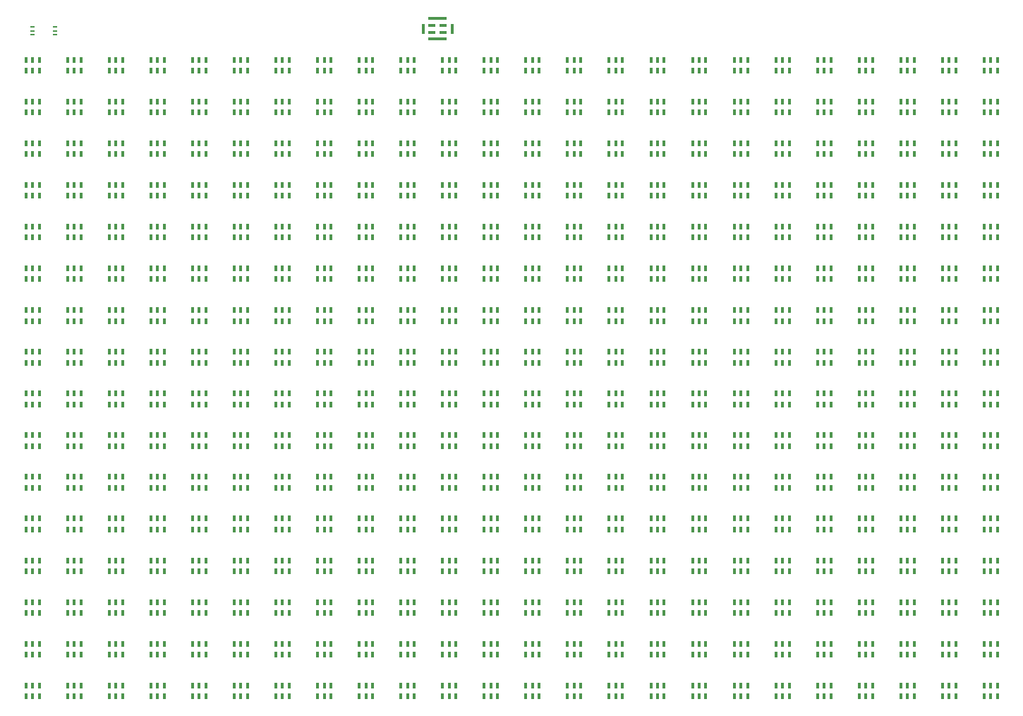
<source format=gbr>
G04 #@! TF.GenerationSoftware,KiCad,Pcbnew,(5.1.9-0-10_14)*
G04 #@! TF.CreationDate,2021-03-12T15:28:23+00:00*
G04 #@! TF.ProjectId,mqttDisplay,6d717474-4469-4737-906c-61792e6b6963,rev?*
G04 #@! TF.SameCoordinates,Original*
G04 #@! TF.FileFunction,Paste,Top*
G04 #@! TF.FilePolarity,Positive*
%FSLAX46Y46*%
G04 Gerber Fmt 4.6, Leading zero omitted, Abs format (unit mm)*
G04 Created by KiCad (PCBNEW (5.1.9-0-10_14)) date 2021-03-12 15:28:23*
%MOMM*%
%LPD*%
G01*
G04 APERTURE LIST*
%ADD10R,0.368000X0.644000*%
%ADD11R,0.550000X0.250000*%
%ADD12R,0.950000X0.400000*%
%ADD13R,2.300000X0.350000*%
%ADD14R,0.350000X1.300000*%
G04 APERTURE END LIST*
D10*
X104900000Y-114250000D03*
X106500000Y-114250000D03*
X105700000Y-114250000D03*
X104900000Y-112950000D03*
X105700000Y-112950000D03*
X106500000Y-112950000D03*
X179900000Y-124250000D03*
X181500000Y-124250000D03*
X180700000Y-124250000D03*
X179900000Y-122950000D03*
X180700000Y-122950000D03*
X181500000Y-122950000D03*
X174900000Y-124250000D03*
X176500000Y-124250000D03*
X175700000Y-124250000D03*
X174900000Y-122950000D03*
X175700000Y-122950000D03*
X176500000Y-122950000D03*
X169900000Y-124250000D03*
X171500000Y-124250000D03*
X170700000Y-124250000D03*
X169900000Y-122950000D03*
X170700000Y-122950000D03*
X171500000Y-122950000D03*
X164900000Y-124250000D03*
X166500000Y-124250000D03*
X165700000Y-124250000D03*
X164900000Y-122950000D03*
X165700000Y-122950000D03*
X166500000Y-122950000D03*
X159900000Y-124250000D03*
X161500000Y-124250000D03*
X160700000Y-124250000D03*
X159900000Y-122950000D03*
X160700000Y-122950000D03*
X161500000Y-122950000D03*
X154900000Y-124250000D03*
X156500000Y-124250000D03*
X155700000Y-124250000D03*
X154900000Y-122950000D03*
X155700000Y-122950000D03*
X156500000Y-122950000D03*
X149900000Y-124250000D03*
X151500000Y-124250000D03*
X150700000Y-124250000D03*
X149900000Y-122950000D03*
X150700000Y-122950000D03*
X151500000Y-122950000D03*
X144900000Y-124250000D03*
X146500000Y-124250000D03*
X145700000Y-124250000D03*
X144900000Y-122950000D03*
X145700000Y-122950000D03*
X146500000Y-122950000D03*
X139900000Y-124250000D03*
X141500000Y-124250000D03*
X140700000Y-124250000D03*
X139900000Y-122950000D03*
X140700000Y-122950000D03*
X141500000Y-122950000D03*
X134900000Y-124250000D03*
X136500000Y-124250000D03*
X135700000Y-124250000D03*
X134900000Y-122950000D03*
X135700000Y-122950000D03*
X136500000Y-122950000D03*
X129900000Y-124250000D03*
X131500000Y-124250000D03*
X130700000Y-124250000D03*
X129900000Y-122950000D03*
X130700000Y-122950000D03*
X131500000Y-122950000D03*
X124900000Y-124250000D03*
X126500000Y-124250000D03*
X125700000Y-124250000D03*
X124900000Y-122950000D03*
X125700000Y-122950000D03*
X126500000Y-122950000D03*
X119900000Y-124250000D03*
X121500000Y-124250000D03*
X120700000Y-124250000D03*
X119900000Y-122950000D03*
X120700000Y-122950000D03*
X121500000Y-122950000D03*
X114900000Y-124250000D03*
X116500000Y-124250000D03*
X115700000Y-124250000D03*
X114900000Y-122950000D03*
X115700000Y-122950000D03*
X116500000Y-122950000D03*
X109900000Y-124250000D03*
X111500000Y-124250000D03*
X110700000Y-124250000D03*
X109900000Y-122950000D03*
X110700000Y-122950000D03*
X111500000Y-122950000D03*
X104900000Y-124250000D03*
X106500000Y-124250000D03*
X105700000Y-124250000D03*
X104900000Y-122950000D03*
X105700000Y-122950000D03*
X106500000Y-122950000D03*
X99900000Y-124250000D03*
X101500000Y-124250000D03*
X100700000Y-124250000D03*
X99900000Y-122950000D03*
X100700000Y-122950000D03*
X101500000Y-122950000D03*
X94900000Y-124250000D03*
X96500000Y-124250000D03*
X95700000Y-124250000D03*
X94900000Y-122950000D03*
X95700000Y-122950000D03*
X96500000Y-122950000D03*
X89900000Y-124250000D03*
X91500000Y-124250000D03*
X90700000Y-124250000D03*
X89900000Y-122950000D03*
X90700000Y-122950000D03*
X91500000Y-122950000D03*
X84900000Y-124250000D03*
X86500000Y-124250000D03*
X85700000Y-124250000D03*
X84900000Y-122950000D03*
X85700000Y-122950000D03*
X86500000Y-122950000D03*
X79900000Y-124250000D03*
X81500000Y-124250000D03*
X80700000Y-124250000D03*
X79900000Y-122950000D03*
X80700000Y-122950000D03*
X81500000Y-122950000D03*
X74900000Y-124250000D03*
X76500000Y-124250000D03*
X75700000Y-124250000D03*
X74900000Y-122950000D03*
X75700000Y-122950000D03*
X76500000Y-122950000D03*
X69900000Y-124250000D03*
X71500000Y-124250000D03*
X70700000Y-124250000D03*
X69900000Y-122950000D03*
X70700000Y-122950000D03*
X71500000Y-122950000D03*
X64900000Y-124250000D03*
X66500000Y-124250000D03*
X65700000Y-124250000D03*
X64900000Y-122950000D03*
X65700000Y-122950000D03*
X66500000Y-122950000D03*
X179900000Y-119250000D03*
X181500000Y-119250000D03*
X180700000Y-119250000D03*
X179900000Y-117950000D03*
X180700000Y-117950000D03*
X181500000Y-117950000D03*
X174900000Y-119250000D03*
X176500000Y-119250000D03*
X175700000Y-119250000D03*
X174900000Y-117950000D03*
X175700000Y-117950000D03*
X176500000Y-117950000D03*
X169900000Y-119250000D03*
X171500000Y-119250000D03*
X170700000Y-119250000D03*
X169900000Y-117950000D03*
X170700000Y-117950000D03*
X171500000Y-117950000D03*
X164900000Y-119250000D03*
X166500000Y-119250000D03*
X165700000Y-119250000D03*
X164900000Y-117950000D03*
X165700000Y-117950000D03*
X166500000Y-117950000D03*
X159900000Y-119250000D03*
X161500000Y-119250000D03*
X160700000Y-119250000D03*
X159900000Y-117950000D03*
X160700000Y-117950000D03*
X161500000Y-117950000D03*
X154900000Y-119250000D03*
X156500000Y-119250000D03*
X155700000Y-119250000D03*
X154900000Y-117950000D03*
X155700000Y-117950000D03*
X156500000Y-117950000D03*
X149900000Y-119250000D03*
X151500000Y-119250000D03*
X150700000Y-119250000D03*
X149900000Y-117950000D03*
X150700000Y-117950000D03*
X151500000Y-117950000D03*
X144900000Y-119250000D03*
X146500000Y-119250000D03*
X145700000Y-119250000D03*
X144900000Y-117950000D03*
X145700000Y-117950000D03*
X146500000Y-117950000D03*
X139900000Y-119250000D03*
X141500000Y-119250000D03*
X140700000Y-119250000D03*
X139900000Y-117950000D03*
X140700000Y-117950000D03*
X141500000Y-117950000D03*
X134900000Y-119250000D03*
X136500000Y-119250000D03*
X135700000Y-119250000D03*
X134900000Y-117950000D03*
X135700000Y-117950000D03*
X136500000Y-117950000D03*
X129900000Y-119250000D03*
X131500000Y-119250000D03*
X130700000Y-119250000D03*
X129900000Y-117950000D03*
X130700000Y-117950000D03*
X131500000Y-117950000D03*
X124900000Y-119250000D03*
X126500000Y-119250000D03*
X125700000Y-119250000D03*
X124900000Y-117950000D03*
X125700000Y-117950000D03*
X126500000Y-117950000D03*
X119900000Y-119250000D03*
X121500000Y-119250000D03*
X120700000Y-119250000D03*
X119900000Y-117950000D03*
X120700000Y-117950000D03*
X121500000Y-117950000D03*
X114900000Y-119250000D03*
X116500000Y-119250000D03*
X115700000Y-119250000D03*
X114900000Y-117950000D03*
X115700000Y-117950000D03*
X116500000Y-117950000D03*
X109900000Y-119250000D03*
X111500000Y-119250000D03*
X110700000Y-119250000D03*
X109900000Y-117950000D03*
X110700000Y-117950000D03*
X111500000Y-117950000D03*
X104900000Y-119250000D03*
X106500000Y-119250000D03*
X105700000Y-119250000D03*
X104900000Y-117950000D03*
X105700000Y-117950000D03*
X106500000Y-117950000D03*
X99900000Y-119250000D03*
X101500000Y-119250000D03*
X100700000Y-119250000D03*
X99900000Y-117950000D03*
X100700000Y-117950000D03*
X101500000Y-117950000D03*
X94900000Y-119250000D03*
X96500000Y-119250000D03*
X95700000Y-119250000D03*
X94900000Y-117950000D03*
X95700000Y-117950000D03*
X96500000Y-117950000D03*
X89900000Y-119250000D03*
X91500000Y-119250000D03*
X90700000Y-119250000D03*
X89900000Y-117950000D03*
X90700000Y-117950000D03*
X91500000Y-117950000D03*
X84900000Y-119250000D03*
X86500000Y-119250000D03*
X85700000Y-119250000D03*
X84900000Y-117950000D03*
X85700000Y-117950000D03*
X86500000Y-117950000D03*
X79900000Y-119250000D03*
X81500000Y-119250000D03*
X80700000Y-119250000D03*
X79900000Y-117950000D03*
X80700000Y-117950000D03*
X81500000Y-117950000D03*
X74900000Y-119250000D03*
X76500000Y-119250000D03*
X75700000Y-119250000D03*
X74900000Y-117950000D03*
X75700000Y-117950000D03*
X76500000Y-117950000D03*
X69900000Y-119250000D03*
X71500000Y-119250000D03*
X70700000Y-119250000D03*
X69900000Y-117950000D03*
X70700000Y-117950000D03*
X71500000Y-117950000D03*
X64900000Y-119250000D03*
X66500000Y-119250000D03*
X65700000Y-119250000D03*
X64900000Y-117950000D03*
X65700000Y-117950000D03*
X66500000Y-117950000D03*
X179900000Y-114250000D03*
X181500000Y-114250000D03*
X180700000Y-114250000D03*
X179900000Y-112950000D03*
X180700000Y-112950000D03*
X181500000Y-112950000D03*
X174900000Y-114250000D03*
X176500000Y-114250000D03*
X175700000Y-114250000D03*
X174900000Y-112950000D03*
X175700000Y-112950000D03*
X176500000Y-112950000D03*
X169900000Y-114250000D03*
X171500000Y-114250000D03*
X170700000Y-114250000D03*
X169900000Y-112950000D03*
X170700000Y-112950000D03*
X171500000Y-112950000D03*
X164900000Y-114250000D03*
X166500000Y-114250000D03*
X165700000Y-114250000D03*
X164900000Y-112950000D03*
X165700000Y-112950000D03*
X166500000Y-112950000D03*
X159900000Y-114250000D03*
X161500000Y-114250000D03*
X160700000Y-114250000D03*
X159900000Y-112950000D03*
X160700000Y-112950000D03*
X161500000Y-112950000D03*
X154900000Y-114250000D03*
X156500000Y-114250000D03*
X155700000Y-114250000D03*
X154900000Y-112950000D03*
X155700000Y-112950000D03*
X156500000Y-112950000D03*
X149900000Y-114250000D03*
X151500000Y-114250000D03*
X150700000Y-114250000D03*
X149900000Y-112950000D03*
X150700000Y-112950000D03*
X151500000Y-112950000D03*
X144900000Y-114250000D03*
X146500000Y-114250000D03*
X145700000Y-114250000D03*
X144900000Y-112950000D03*
X145700000Y-112950000D03*
X146500000Y-112950000D03*
X139900000Y-114250000D03*
X141500000Y-114250000D03*
X140700000Y-114250000D03*
X139900000Y-112950000D03*
X140700000Y-112950000D03*
X141500000Y-112950000D03*
X134900000Y-114250000D03*
X136500000Y-114250000D03*
X135700000Y-114250000D03*
X134900000Y-112950000D03*
X135700000Y-112950000D03*
X136500000Y-112950000D03*
X129900000Y-114250000D03*
X131500000Y-114250000D03*
X130700000Y-114250000D03*
X129900000Y-112950000D03*
X130700000Y-112950000D03*
X131500000Y-112950000D03*
X124900000Y-114250000D03*
X126500000Y-114250000D03*
X125700000Y-114250000D03*
X124900000Y-112950000D03*
X125700000Y-112950000D03*
X126500000Y-112950000D03*
X119900000Y-114250000D03*
X121500000Y-114250000D03*
X120700000Y-114250000D03*
X119900000Y-112950000D03*
X120700000Y-112950000D03*
X121500000Y-112950000D03*
X114900000Y-114250000D03*
X116500000Y-114250000D03*
X115700000Y-114250000D03*
X114900000Y-112950000D03*
X115700000Y-112950000D03*
X116500000Y-112950000D03*
X109900000Y-114250000D03*
X111500000Y-114250000D03*
X110700000Y-114250000D03*
X109900000Y-112950000D03*
X110700000Y-112950000D03*
X111500000Y-112950000D03*
X99900000Y-114250000D03*
X101500000Y-114250000D03*
X100700000Y-114250000D03*
X99900000Y-112950000D03*
X100700000Y-112950000D03*
X101500000Y-112950000D03*
X94900000Y-114250000D03*
X96500000Y-114250000D03*
X95700000Y-114250000D03*
X94900000Y-112950000D03*
X95700000Y-112950000D03*
X96500000Y-112950000D03*
X89900000Y-114250000D03*
X91500000Y-114250000D03*
X90700000Y-114250000D03*
X89900000Y-112950000D03*
X90700000Y-112950000D03*
X91500000Y-112950000D03*
X84900000Y-114250000D03*
X86500000Y-114250000D03*
X85700000Y-114250000D03*
X84900000Y-112950000D03*
X85700000Y-112950000D03*
X86500000Y-112950000D03*
X79900000Y-114250000D03*
X81500000Y-114250000D03*
X80700000Y-114250000D03*
X79900000Y-112950000D03*
X80700000Y-112950000D03*
X81500000Y-112950000D03*
X74900000Y-114250000D03*
X76500000Y-114250000D03*
X75700000Y-114250000D03*
X74900000Y-112950000D03*
X75700000Y-112950000D03*
X76500000Y-112950000D03*
X69900000Y-114250000D03*
X71500000Y-114250000D03*
X70700000Y-114250000D03*
X69900000Y-112950000D03*
X70700000Y-112950000D03*
X71500000Y-112950000D03*
X64900000Y-114250000D03*
X66500000Y-114250000D03*
X65700000Y-114250000D03*
X64900000Y-112950000D03*
X65700000Y-112950000D03*
X66500000Y-112950000D03*
X179900000Y-109250000D03*
X181500000Y-109250000D03*
X180700000Y-109250000D03*
X179900000Y-107950000D03*
X180700000Y-107950000D03*
X181500000Y-107950000D03*
X174900000Y-109250000D03*
X176500000Y-109250000D03*
X175700000Y-109250000D03*
X174900000Y-107950000D03*
X175700000Y-107950000D03*
X176500000Y-107950000D03*
X169900000Y-109250000D03*
X171500000Y-109250000D03*
X170700000Y-109250000D03*
X169900000Y-107950000D03*
X170700000Y-107950000D03*
X171500000Y-107950000D03*
X164900000Y-109250000D03*
X166500000Y-109250000D03*
X165700000Y-109250000D03*
X164900000Y-107950000D03*
X165700000Y-107950000D03*
X166500000Y-107950000D03*
X159900000Y-109250000D03*
X161500000Y-109250000D03*
X160700000Y-109250000D03*
X159900000Y-107950000D03*
X160700000Y-107950000D03*
X161500000Y-107950000D03*
X154900000Y-109250000D03*
X156500000Y-109250000D03*
X155700000Y-109250000D03*
X154900000Y-107950000D03*
X155700000Y-107950000D03*
X156500000Y-107950000D03*
X149900000Y-109250000D03*
X151500000Y-109250000D03*
X150700000Y-109250000D03*
X149900000Y-107950000D03*
X150700000Y-107950000D03*
X151500000Y-107950000D03*
X144900000Y-109250000D03*
X146500000Y-109250000D03*
X145700000Y-109250000D03*
X144900000Y-107950000D03*
X145700000Y-107950000D03*
X146500000Y-107950000D03*
X139900000Y-109250000D03*
X141500000Y-109250000D03*
X140700000Y-109250000D03*
X139900000Y-107950000D03*
X140700000Y-107950000D03*
X141500000Y-107950000D03*
X134900000Y-109250000D03*
X136500000Y-109250000D03*
X135700000Y-109250000D03*
X134900000Y-107950000D03*
X135700000Y-107950000D03*
X136500000Y-107950000D03*
X129900000Y-109250000D03*
X131500000Y-109250000D03*
X130700000Y-109250000D03*
X129900000Y-107950000D03*
X130700000Y-107950000D03*
X131500000Y-107950000D03*
X124900000Y-109250000D03*
X126500000Y-109250000D03*
X125700000Y-109250000D03*
X124900000Y-107950000D03*
X125700000Y-107950000D03*
X126500000Y-107950000D03*
X119900000Y-109250000D03*
X121500000Y-109250000D03*
X120700000Y-109250000D03*
X119900000Y-107950000D03*
X120700000Y-107950000D03*
X121500000Y-107950000D03*
X114900000Y-109250000D03*
X116500000Y-109250000D03*
X115700000Y-109250000D03*
X114900000Y-107950000D03*
X115700000Y-107950000D03*
X116500000Y-107950000D03*
X109900000Y-109250000D03*
X111500000Y-109250000D03*
X110700000Y-109250000D03*
X109900000Y-107950000D03*
X110700000Y-107950000D03*
X111500000Y-107950000D03*
X104900000Y-109250000D03*
X106500000Y-109250000D03*
X105700000Y-109250000D03*
X104900000Y-107950000D03*
X105700000Y-107950000D03*
X106500000Y-107950000D03*
X99900000Y-109250000D03*
X101500000Y-109250000D03*
X100700000Y-109250000D03*
X99900000Y-107950000D03*
X100700000Y-107950000D03*
X101500000Y-107950000D03*
X94900000Y-109250000D03*
X96500000Y-109250000D03*
X95700000Y-109250000D03*
X94900000Y-107950000D03*
X95700000Y-107950000D03*
X96500000Y-107950000D03*
X89900000Y-109250000D03*
X91500000Y-109250000D03*
X90700000Y-109250000D03*
X89900000Y-107950000D03*
X90700000Y-107950000D03*
X91500000Y-107950000D03*
X84900000Y-109250000D03*
X86500000Y-109250000D03*
X85700000Y-109250000D03*
X84900000Y-107950000D03*
X85700000Y-107950000D03*
X86500000Y-107950000D03*
X79900000Y-109250000D03*
X81500000Y-109250000D03*
X80700000Y-109250000D03*
X79900000Y-107950000D03*
X80700000Y-107950000D03*
X81500000Y-107950000D03*
X74900000Y-109250000D03*
X76500000Y-109250000D03*
X75700000Y-109250000D03*
X74900000Y-107950000D03*
X75700000Y-107950000D03*
X76500000Y-107950000D03*
X69900000Y-109250000D03*
X71500000Y-109250000D03*
X70700000Y-109250000D03*
X69900000Y-107950000D03*
X70700000Y-107950000D03*
X71500000Y-107950000D03*
X64900000Y-109250000D03*
X66500000Y-109250000D03*
X65700000Y-109250000D03*
X64900000Y-107950000D03*
X65700000Y-107950000D03*
X66500000Y-107950000D03*
X179900000Y-104250000D03*
X181500000Y-104250000D03*
X180700000Y-104250000D03*
X179900000Y-102950000D03*
X180700000Y-102950000D03*
X181500000Y-102950000D03*
X174900000Y-104250000D03*
X176500000Y-104250000D03*
X175700000Y-104250000D03*
X174900000Y-102950000D03*
X175700000Y-102950000D03*
X176500000Y-102950000D03*
X169900000Y-104250000D03*
X171500000Y-104250000D03*
X170700000Y-104250000D03*
X169900000Y-102950000D03*
X170700000Y-102950000D03*
X171500000Y-102950000D03*
X164900000Y-104250000D03*
X166500000Y-104250000D03*
X165700000Y-104250000D03*
X164900000Y-102950000D03*
X165700000Y-102950000D03*
X166500000Y-102950000D03*
X159900000Y-104250000D03*
X161500000Y-104250000D03*
X160700000Y-104250000D03*
X159900000Y-102950000D03*
X160700000Y-102950000D03*
X161500000Y-102950000D03*
X154900000Y-104250000D03*
X156500000Y-104250000D03*
X155700000Y-104250000D03*
X154900000Y-102950000D03*
X155700000Y-102950000D03*
X156500000Y-102950000D03*
X149900000Y-104250000D03*
X151500000Y-104250000D03*
X150700000Y-104250000D03*
X149900000Y-102950000D03*
X150700000Y-102950000D03*
X151500000Y-102950000D03*
X144900000Y-104250000D03*
X146500000Y-104250000D03*
X145700000Y-104250000D03*
X144900000Y-102950000D03*
X145700000Y-102950000D03*
X146500000Y-102950000D03*
X139900000Y-104250000D03*
X141500000Y-104250000D03*
X140700000Y-104250000D03*
X139900000Y-102950000D03*
X140700000Y-102950000D03*
X141500000Y-102950000D03*
X134900000Y-104250000D03*
X136500000Y-104250000D03*
X135700000Y-104250000D03*
X134900000Y-102950000D03*
X135700000Y-102950000D03*
X136500000Y-102950000D03*
X129900000Y-104250000D03*
X131500000Y-104250000D03*
X130700000Y-104250000D03*
X129900000Y-102950000D03*
X130700000Y-102950000D03*
X131500000Y-102950000D03*
X124900000Y-104250000D03*
X126500000Y-104250000D03*
X125700000Y-104250000D03*
X124900000Y-102950000D03*
X125700000Y-102950000D03*
X126500000Y-102950000D03*
X119900000Y-104250000D03*
X121500000Y-104250000D03*
X120700000Y-104250000D03*
X119900000Y-102950000D03*
X120700000Y-102950000D03*
X121500000Y-102950000D03*
X114900000Y-104250000D03*
X116500000Y-104250000D03*
X115700000Y-104250000D03*
X114900000Y-102950000D03*
X115700000Y-102950000D03*
X116500000Y-102950000D03*
X109900000Y-104250000D03*
X111500000Y-104250000D03*
X110700000Y-104250000D03*
X109900000Y-102950000D03*
X110700000Y-102950000D03*
X111500000Y-102950000D03*
X104900000Y-104250000D03*
X106500000Y-104250000D03*
X105700000Y-104250000D03*
X104900000Y-102950000D03*
X105700000Y-102950000D03*
X106500000Y-102950000D03*
X99900000Y-104250000D03*
X101500000Y-104250000D03*
X100700000Y-104250000D03*
X99900000Y-102950000D03*
X100700000Y-102950000D03*
X101500000Y-102950000D03*
X94900000Y-104250000D03*
X96500000Y-104250000D03*
X95700000Y-104250000D03*
X94900000Y-102950000D03*
X95700000Y-102950000D03*
X96500000Y-102950000D03*
X89900000Y-104250000D03*
X91500000Y-104250000D03*
X90700000Y-104250000D03*
X89900000Y-102950000D03*
X90700000Y-102950000D03*
X91500000Y-102950000D03*
X84900000Y-104250000D03*
X86500000Y-104250000D03*
X85700000Y-104250000D03*
X84900000Y-102950000D03*
X85700000Y-102950000D03*
X86500000Y-102950000D03*
X79900000Y-104250000D03*
X81500000Y-104250000D03*
X80700000Y-104250000D03*
X79900000Y-102950000D03*
X80700000Y-102950000D03*
X81500000Y-102950000D03*
X74900000Y-104250000D03*
X76500000Y-104250000D03*
X75700000Y-104250000D03*
X74900000Y-102950000D03*
X75700000Y-102950000D03*
X76500000Y-102950000D03*
X69900000Y-104250000D03*
X71500000Y-104250000D03*
X70700000Y-104250000D03*
X69900000Y-102950000D03*
X70700000Y-102950000D03*
X71500000Y-102950000D03*
X64900000Y-104250000D03*
X66500000Y-104250000D03*
X65700000Y-104250000D03*
X64900000Y-102950000D03*
X65700000Y-102950000D03*
X66500000Y-102950000D03*
X179900000Y-99250000D03*
X181500000Y-99250000D03*
X180700000Y-99250000D03*
X179900000Y-97950000D03*
X180700000Y-97950000D03*
X181500000Y-97950000D03*
X174900000Y-99250000D03*
X176500000Y-99250000D03*
X175700000Y-99250000D03*
X174900000Y-97950000D03*
X175700000Y-97950000D03*
X176500000Y-97950000D03*
X169900000Y-99250000D03*
X171500000Y-99250000D03*
X170700000Y-99250000D03*
X169900000Y-97950000D03*
X170700000Y-97950000D03*
X171500000Y-97950000D03*
X164900000Y-99250000D03*
X166500000Y-99250000D03*
X165700000Y-99250000D03*
X164900000Y-97950000D03*
X165700000Y-97950000D03*
X166500000Y-97950000D03*
X159900000Y-99250000D03*
X161500000Y-99250000D03*
X160700000Y-99250000D03*
X159900000Y-97950000D03*
X160700000Y-97950000D03*
X161500000Y-97950000D03*
X154900000Y-99250000D03*
X156500000Y-99250000D03*
X155700000Y-99250000D03*
X154900000Y-97950000D03*
X155700000Y-97950000D03*
X156500000Y-97950000D03*
X149900000Y-99250000D03*
X151500000Y-99250000D03*
X150700000Y-99250000D03*
X149900000Y-97950000D03*
X150700000Y-97950000D03*
X151500000Y-97950000D03*
X144900000Y-99250000D03*
X146500000Y-99250000D03*
X145700000Y-99250000D03*
X144900000Y-97950000D03*
X145700000Y-97950000D03*
X146500000Y-97950000D03*
X139900000Y-99250000D03*
X141500000Y-99250000D03*
X140700000Y-99250000D03*
X139900000Y-97950000D03*
X140700000Y-97950000D03*
X141500000Y-97950000D03*
X134900000Y-99250000D03*
X136500000Y-99250000D03*
X135700000Y-99250000D03*
X134900000Y-97950000D03*
X135700000Y-97950000D03*
X136500000Y-97950000D03*
X129900000Y-99250000D03*
X131500000Y-99250000D03*
X130700000Y-99250000D03*
X129900000Y-97950000D03*
X130700000Y-97950000D03*
X131500000Y-97950000D03*
X124900000Y-99250000D03*
X126500000Y-99250000D03*
X125700000Y-99250000D03*
X124900000Y-97950000D03*
X125700000Y-97950000D03*
X126500000Y-97950000D03*
X119900000Y-99250000D03*
X121500000Y-99250000D03*
X120700000Y-99250000D03*
X119900000Y-97950000D03*
X120700000Y-97950000D03*
X121500000Y-97950000D03*
X114900000Y-99250000D03*
X116500000Y-99250000D03*
X115700000Y-99250000D03*
X114900000Y-97950000D03*
X115700000Y-97950000D03*
X116500000Y-97950000D03*
X109900000Y-99250000D03*
X111500000Y-99250000D03*
X110700000Y-99250000D03*
X109900000Y-97950000D03*
X110700000Y-97950000D03*
X111500000Y-97950000D03*
X104900000Y-99250000D03*
X106500000Y-99250000D03*
X105700000Y-99250000D03*
X104900000Y-97950000D03*
X105700000Y-97950000D03*
X106500000Y-97950000D03*
X99900000Y-99250000D03*
X101500000Y-99250000D03*
X100700000Y-99250000D03*
X99900000Y-97950000D03*
X100700000Y-97950000D03*
X101500000Y-97950000D03*
X94900000Y-99250000D03*
X96500000Y-99250000D03*
X95700000Y-99250000D03*
X94900000Y-97950000D03*
X95700000Y-97950000D03*
X96500000Y-97950000D03*
X89900000Y-99250000D03*
X91500000Y-99250000D03*
X90700000Y-99250000D03*
X89900000Y-97950000D03*
X90700000Y-97950000D03*
X91500000Y-97950000D03*
X84900000Y-99250000D03*
X86500000Y-99250000D03*
X85700000Y-99250000D03*
X84900000Y-97950000D03*
X85700000Y-97950000D03*
X86500000Y-97950000D03*
X79900000Y-99250000D03*
X81500000Y-99250000D03*
X80700000Y-99250000D03*
X79900000Y-97950000D03*
X80700000Y-97950000D03*
X81500000Y-97950000D03*
X74900000Y-99250000D03*
X76500000Y-99250000D03*
X75700000Y-99250000D03*
X74900000Y-97950000D03*
X75700000Y-97950000D03*
X76500000Y-97950000D03*
X69900000Y-99250000D03*
X71500000Y-99250000D03*
X70700000Y-99250000D03*
X69900000Y-97950000D03*
X70700000Y-97950000D03*
X71500000Y-97950000D03*
X64900000Y-99250000D03*
X66500000Y-99250000D03*
X65700000Y-99250000D03*
X64900000Y-97950000D03*
X65700000Y-97950000D03*
X66500000Y-97950000D03*
X179900000Y-94250000D03*
X181500000Y-94250000D03*
X180700000Y-94250000D03*
X179900000Y-92950000D03*
X180700000Y-92950000D03*
X181500000Y-92950000D03*
X174900000Y-94250000D03*
X176500000Y-94250000D03*
X175700000Y-94250000D03*
X174900000Y-92950000D03*
X175700000Y-92950000D03*
X176500000Y-92950000D03*
X169900000Y-94250000D03*
X171500000Y-94250000D03*
X170700000Y-94250000D03*
X169900000Y-92950000D03*
X170700000Y-92950000D03*
X171500000Y-92950000D03*
X164900000Y-94250000D03*
X166500000Y-94250000D03*
X165700000Y-94250000D03*
X164900000Y-92950000D03*
X165700000Y-92950000D03*
X166500000Y-92950000D03*
X159900000Y-94250000D03*
X161500000Y-94250000D03*
X160700000Y-94250000D03*
X159900000Y-92950000D03*
X160700000Y-92950000D03*
X161500000Y-92950000D03*
X154900000Y-94250000D03*
X156500000Y-94250000D03*
X155700000Y-94250000D03*
X154900000Y-92950000D03*
X155700000Y-92950000D03*
X156500000Y-92950000D03*
X149900000Y-94250000D03*
X151500000Y-94250000D03*
X150700000Y-94250000D03*
X149900000Y-92950000D03*
X150700000Y-92950000D03*
X151500000Y-92950000D03*
X144900000Y-94250000D03*
X146500000Y-94250000D03*
X145700000Y-94250000D03*
X144900000Y-92950000D03*
X145700000Y-92950000D03*
X146500000Y-92950000D03*
X139900000Y-94250000D03*
X141500000Y-94250000D03*
X140700000Y-94250000D03*
X139900000Y-92950000D03*
X140700000Y-92950000D03*
X141500000Y-92950000D03*
X134900000Y-94250000D03*
X136500000Y-94250000D03*
X135700000Y-94250000D03*
X134900000Y-92950000D03*
X135700000Y-92950000D03*
X136500000Y-92950000D03*
X129900000Y-94250000D03*
X131500000Y-94250000D03*
X130700000Y-94250000D03*
X129900000Y-92950000D03*
X130700000Y-92950000D03*
X131500000Y-92950000D03*
X124900000Y-94250000D03*
X126500000Y-94250000D03*
X125700000Y-94250000D03*
X124900000Y-92950000D03*
X125700000Y-92950000D03*
X126500000Y-92950000D03*
X119900000Y-94250000D03*
X121500000Y-94250000D03*
X120700000Y-94250000D03*
X119900000Y-92950000D03*
X120700000Y-92950000D03*
X121500000Y-92950000D03*
X114900000Y-94250000D03*
X116500000Y-94250000D03*
X115700000Y-94250000D03*
X114900000Y-92950000D03*
X115700000Y-92950000D03*
X116500000Y-92950000D03*
X109900000Y-94250000D03*
X111500000Y-94250000D03*
X110700000Y-94250000D03*
X109900000Y-92950000D03*
X110700000Y-92950000D03*
X111500000Y-92950000D03*
X104900000Y-94250000D03*
X106500000Y-94250000D03*
X105700000Y-94250000D03*
X104900000Y-92950000D03*
X105700000Y-92950000D03*
X106500000Y-92950000D03*
X99900000Y-94250000D03*
X101500000Y-94250000D03*
X100700000Y-94250000D03*
X99900000Y-92950000D03*
X100700000Y-92950000D03*
X101500000Y-92950000D03*
X94900000Y-94250000D03*
X96500000Y-94250000D03*
X95700000Y-94250000D03*
X94900000Y-92950000D03*
X95700000Y-92950000D03*
X96500000Y-92950000D03*
X89900000Y-94250000D03*
X91500000Y-94250000D03*
X90700000Y-94250000D03*
X89900000Y-92950000D03*
X90700000Y-92950000D03*
X91500000Y-92950000D03*
X84900000Y-94250000D03*
X86500000Y-94250000D03*
X85700000Y-94250000D03*
X84900000Y-92950000D03*
X85700000Y-92950000D03*
X86500000Y-92950000D03*
X79900000Y-94250000D03*
X81500000Y-94250000D03*
X80700000Y-94250000D03*
X79900000Y-92950000D03*
X80700000Y-92950000D03*
X81500000Y-92950000D03*
X74900000Y-94250000D03*
X76500000Y-94250000D03*
X75700000Y-94250000D03*
X74900000Y-92950000D03*
X75700000Y-92950000D03*
X76500000Y-92950000D03*
X69900000Y-94250000D03*
X71500000Y-94250000D03*
X70700000Y-94250000D03*
X69900000Y-92950000D03*
X70700000Y-92950000D03*
X71500000Y-92950000D03*
X64900000Y-94250000D03*
X66500000Y-94250000D03*
X65700000Y-94250000D03*
X64900000Y-92950000D03*
X65700000Y-92950000D03*
X66500000Y-92950000D03*
X179900000Y-89250000D03*
X181500000Y-89250000D03*
X180700000Y-89250000D03*
X179900000Y-87950000D03*
X180700000Y-87950000D03*
X181500000Y-87950000D03*
X174900000Y-89250000D03*
X176500000Y-89250000D03*
X175700000Y-89250000D03*
X174900000Y-87950000D03*
X175700000Y-87950000D03*
X176500000Y-87950000D03*
X169900000Y-89250000D03*
X171500000Y-89250000D03*
X170700000Y-89250000D03*
X169900000Y-87950000D03*
X170700000Y-87950000D03*
X171500000Y-87950000D03*
X164900000Y-89250000D03*
X166500000Y-89250000D03*
X165700000Y-89250000D03*
X164900000Y-87950000D03*
X165700000Y-87950000D03*
X166500000Y-87950000D03*
X159900000Y-89250000D03*
X161500000Y-89250000D03*
X160700000Y-89250000D03*
X159900000Y-87950000D03*
X160700000Y-87950000D03*
X161500000Y-87950000D03*
X154900000Y-89250000D03*
X156500000Y-89250000D03*
X155700000Y-89250000D03*
X154900000Y-87950000D03*
X155700000Y-87950000D03*
X156500000Y-87950000D03*
X149900000Y-89250000D03*
X151500000Y-89250000D03*
X150700000Y-89250000D03*
X149900000Y-87950000D03*
X150700000Y-87950000D03*
X151500000Y-87950000D03*
X144900000Y-89250000D03*
X146500000Y-89250000D03*
X145700000Y-89250000D03*
X144900000Y-87950000D03*
X145700000Y-87950000D03*
X146500000Y-87950000D03*
X139900000Y-89250000D03*
X141500000Y-89250000D03*
X140700000Y-89250000D03*
X139900000Y-87950000D03*
X140700000Y-87950000D03*
X141500000Y-87950000D03*
X134900000Y-89250000D03*
X136500000Y-89250000D03*
X135700000Y-89250000D03*
X134900000Y-87950000D03*
X135700000Y-87950000D03*
X136500000Y-87950000D03*
X129900000Y-89250000D03*
X131500000Y-89250000D03*
X130700000Y-89250000D03*
X129900000Y-87950000D03*
X130700000Y-87950000D03*
X131500000Y-87950000D03*
X124900000Y-89250000D03*
X126500000Y-89250000D03*
X125700000Y-89250000D03*
X124900000Y-87950000D03*
X125700000Y-87950000D03*
X126500000Y-87950000D03*
X119900000Y-89250000D03*
X121500000Y-89250000D03*
X120700000Y-89250000D03*
X119900000Y-87950000D03*
X120700000Y-87950000D03*
X121500000Y-87950000D03*
X114900000Y-89250000D03*
X116500000Y-89250000D03*
X115700000Y-89250000D03*
X114900000Y-87950000D03*
X115700000Y-87950000D03*
X116500000Y-87950000D03*
X109900000Y-89250000D03*
X111500000Y-89250000D03*
X110700000Y-89250000D03*
X109900000Y-87950000D03*
X110700000Y-87950000D03*
X111500000Y-87950000D03*
X104900000Y-89250000D03*
X106500000Y-89250000D03*
X105700000Y-89250000D03*
X104900000Y-87950000D03*
X105700000Y-87950000D03*
X106500000Y-87950000D03*
X99900000Y-89250000D03*
X101500000Y-89250000D03*
X100700000Y-89250000D03*
X99900000Y-87950000D03*
X100700000Y-87950000D03*
X101500000Y-87950000D03*
X94900000Y-89250000D03*
X96500000Y-89250000D03*
X95700000Y-89250000D03*
X94900000Y-87950000D03*
X95700000Y-87950000D03*
X96500000Y-87950000D03*
X89900000Y-89250000D03*
X91500000Y-89250000D03*
X90700000Y-89250000D03*
X89900000Y-87950000D03*
X90700000Y-87950000D03*
X91500000Y-87950000D03*
X84900000Y-89250000D03*
X86500000Y-89250000D03*
X85700000Y-89250000D03*
X84900000Y-87950000D03*
X85700000Y-87950000D03*
X86500000Y-87950000D03*
X79900000Y-89250000D03*
X81500000Y-89250000D03*
X80700000Y-89250000D03*
X79900000Y-87950000D03*
X80700000Y-87950000D03*
X81500000Y-87950000D03*
X74900000Y-89250000D03*
X76500000Y-89250000D03*
X75700000Y-89250000D03*
X74900000Y-87950000D03*
X75700000Y-87950000D03*
X76500000Y-87950000D03*
X69900000Y-89250000D03*
X71500000Y-89250000D03*
X70700000Y-89250000D03*
X69900000Y-87950000D03*
X70700000Y-87950000D03*
X71500000Y-87950000D03*
X64900000Y-89250000D03*
X66500000Y-89250000D03*
X65700000Y-89250000D03*
X64900000Y-87950000D03*
X65700000Y-87950000D03*
X66500000Y-87950000D03*
X179900000Y-84250000D03*
X181500000Y-84250000D03*
X180700000Y-84250000D03*
X179900000Y-82950000D03*
X180700000Y-82950000D03*
X181500000Y-82950000D03*
X174900000Y-84250000D03*
X176500000Y-84250000D03*
X175700000Y-84250000D03*
X174900000Y-82950000D03*
X175700000Y-82950000D03*
X176500000Y-82950000D03*
X169900000Y-84250000D03*
X171500000Y-84250000D03*
X170700000Y-84250000D03*
X169900000Y-82950000D03*
X170700000Y-82950000D03*
X171500000Y-82950000D03*
X164900000Y-84250000D03*
X166500000Y-84250000D03*
X165700000Y-84250000D03*
X164900000Y-82950000D03*
X165700000Y-82950000D03*
X166500000Y-82950000D03*
X159900000Y-84250000D03*
X161500000Y-84250000D03*
X160700000Y-84250000D03*
X159900000Y-82950000D03*
X160700000Y-82950000D03*
X161500000Y-82950000D03*
X154900000Y-84250000D03*
X156500000Y-84250000D03*
X155700000Y-84250000D03*
X154900000Y-82950000D03*
X155700000Y-82950000D03*
X156500000Y-82950000D03*
X149900000Y-84250000D03*
X151500000Y-84250000D03*
X150700000Y-84250000D03*
X149900000Y-82950000D03*
X150700000Y-82950000D03*
X151500000Y-82950000D03*
X144900000Y-84250000D03*
X146500000Y-84250000D03*
X145700000Y-84250000D03*
X144900000Y-82950000D03*
X145700000Y-82950000D03*
X146500000Y-82950000D03*
X139900000Y-84250000D03*
X141500000Y-84250000D03*
X140700000Y-84250000D03*
X139900000Y-82950000D03*
X140700000Y-82950000D03*
X141500000Y-82950000D03*
X134900000Y-84250000D03*
X136500000Y-84250000D03*
X135700000Y-84250000D03*
X134900000Y-82950000D03*
X135700000Y-82950000D03*
X136500000Y-82950000D03*
X129900000Y-84250000D03*
X131500000Y-84250000D03*
X130700000Y-84250000D03*
X129900000Y-82950000D03*
X130700000Y-82950000D03*
X131500000Y-82950000D03*
X124900000Y-84250000D03*
X126500000Y-84250000D03*
X125700000Y-84250000D03*
X124900000Y-82950000D03*
X125700000Y-82950000D03*
X126500000Y-82950000D03*
X119900000Y-84250000D03*
X121500000Y-84250000D03*
X120700000Y-84250000D03*
X119900000Y-82950000D03*
X120700000Y-82950000D03*
X121500000Y-82950000D03*
X114900000Y-84250000D03*
X116500000Y-84250000D03*
X115700000Y-84250000D03*
X114900000Y-82950000D03*
X115700000Y-82950000D03*
X116500000Y-82950000D03*
X109900000Y-84250000D03*
X111500000Y-84250000D03*
X110700000Y-84250000D03*
X109900000Y-82950000D03*
X110700000Y-82950000D03*
X111500000Y-82950000D03*
X104900000Y-84250000D03*
X106500000Y-84250000D03*
X105700000Y-84250000D03*
X104900000Y-82950000D03*
X105700000Y-82950000D03*
X106500000Y-82950000D03*
X99900000Y-84250000D03*
X101500000Y-84250000D03*
X100700000Y-84250000D03*
X99900000Y-82950000D03*
X100700000Y-82950000D03*
X101500000Y-82950000D03*
X94900000Y-84250000D03*
X96500000Y-84250000D03*
X95700000Y-84250000D03*
X94900000Y-82950000D03*
X95700000Y-82950000D03*
X96500000Y-82950000D03*
X89900000Y-84250000D03*
X91500000Y-84250000D03*
X90700000Y-84250000D03*
X89900000Y-82950000D03*
X90700000Y-82950000D03*
X91500000Y-82950000D03*
X84900000Y-84250000D03*
X86500000Y-84250000D03*
X85700000Y-84250000D03*
X84900000Y-82950000D03*
X85700000Y-82950000D03*
X86500000Y-82950000D03*
X79900000Y-84250000D03*
X81500000Y-84250000D03*
X80700000Y-84250000D03*
X79900000Y-82950000D03*
X80700000Y-82950000D03*
X81500000Y-82950000D03*
X74900000Y-84250000D03*
X76500000Y-84250000D03*
X75700000Y-84250000D03*
X74900000Y-82950000D03*
X75700000Y-82950000D03*
X76500000Y-82950000D03*
X69900000Y-84250000D03*
X71500000Y-84250000D03*
X70700000Y-84250000D03*
X69900000Y-82950000D03*
X70700000Y-82950000D03*
X71500000Y-82950000D03*
X64900000Y-84250000D03*
X66500000Y-84250000D03*
X65700000Y-84250000D03*
X64900000Y-82950000D03*
X65700000Y-82950000D03*
X66500000Y-82950000D03*
X179900000Y-79250000D03*
X181500000Y-79250000D03*
X180700000Y-79250000D03*
X179900000Y-77950000D03*
X180700000Y-77950000D03*
X181500000Y-77950000D03*
X174900000Y-79250000D03*
X176500000Y-79250000D03*
X175700000Y-79250000D03*
X174900000Y-77950000D03*
X175700000Y-77950000D03*
X176500000Y-77950000D03*
X169900000Y-79250000D03*
X171500000Y-79250000D03*
X170700000Y-79250000D03*
X169900000Y-77950000D03*
X170700000Y-77950000D03*
X171500000Y-77950000D03*
X164900000Y-79250000D03*
X166500000Y-79250000D03*
X165700000Y-79250000D03*
X164900000Y-77950000D03*
X165700000Y-77950000D03*
X166500000Y-77950000D03*
X159900000Y-79250000D03*
X161500000Y-79250000D03*
X160700000Y-79250000D03*
X159900000Y-77950000D03*
X160700000Y-77950000D03*
X161500000Y-77950000D03*
X154900000Y-79250000D03*
X156500000Y-79250000D03*
X155700000Y-79250000D03*
X154900000Y-77950000D03*
X155700000Y-77950000D03*
X156500000Y-77950000D03*
X149900000Y-79250000D03*
X151500000Y-79250000D03*
X150700000Y-79250000D03*
X149900000Y-77950000D03*
X150700000Y-77950000D03*
X151500000Y-77950000D03*
X144900000Y-79250000D03*
X146500000Y-79250000D03*
X145700000Y-79250000D03*
X144900000Y-77950000D03*
X145700000Y-77950000D03*
X146500000Y-77950000D03*
X139900000Y-79250000D03*
X141500000Y-79250000D03*
X140700000Y-79250000D03*
X139900000Y-77950000D03*
X140700000Y-77950000D03*
X141500000Y-77950000D03*
X134900000Y-79250000D03*
X136500000Y-79250000D03*
X135700000Y-79250000D03*
X134900000Y-77950000D03*
X135700000Y-77950000D03*
X136500000Y-77950000D03*
X129900000Y-79250000D03*
X131500000Y-79250000D03*
X130700000Y-79250000D03*
X129900000Y-77950000D03*
X130700000Y-77950000D03*
X131500000Y-77950000D03*
X124900000Y-79250000D03*
X126500000Y-79250000D03*
X125700000Y-79250000D03*
X124900000Y-77950000D03*
X125700000Y-77950000D03*
X126500000Y-77950000D03*
X119900000Y-79250000D03*
X121500000Y-79250000D03*
X120700000Y-79250000D03*
X119900000Y-77950000D03*
X120700000Y-77950000D03*
X121500000Y-77950000D03*
X114900000Y-79250000D03*
X116500000Y-79250000D03*
X115700000Y-79250000D03*
X114900000Y-77950000D03*
X115700000Y-77950000D03*
X116500000Y-77950000D03*
X109900000Y-79250000D03*
X111500000Y-79250000D03*
X110700000Y-79250000D03*
X109900000Y-77950000D03*
X110700000Y-77950000D03*
X111500000Y-77950000D03*
X104900000Y-79250000D03*
X106500000Y-79250000D03*
X105700000Y-79250000D03*
X104900000Y-77950000D03*
X105700000Y-77950000D03*
X106500000Y-77950000D03*
X99900000Y-79250000D03*
X101500000Y-79250000D03*
X100700000Y-79250000D03*
X99900000Y-77950000D03*
X100700000Y-77950000D03*
X101500000Y-77950000D03*
X94900000Y-79250000D03*
X96500000Y-79250000D03*
X95700000Y-79250000D03*
X94900000Y-77950000D03*
X95700000Y-77950000D03*
X96500000Y-77950000D03*
X89900000Y-79250000D03*
X91500000Y-79250000D03*
X90700000Y-79250000D03*
X89900000Y-77950000D03*
X90700000Y-77950000D03*
X91500000Y-77950000D03*
X84900000Y-79250000D03*
X86500000Y-79250000D03*
X85700000Y-79250000D03*
X84900000Y-77950000D03*
X85700000Y-77950000D03*
X86500000Y-77950000D03*
X79900000Y-79250000D03*
X81500000Y-79250000D03*
X80700000Y-79250000D03*
X79900000Y-77950000D03*
X80700000Y-77950000D03*
X81500000Y-77950000D03*
X74900000Y-79250000D03*
X76500000Y-79250000D03*
X75700000Y-79250000D03*
X74900000Y-77950000D03*
X75700000Y-77950000D03*
X76500000Y-77950000D03*
X69900000Y-79250000D03*
X71500000Y-79250000D03*
X70700000Y-79250000D03*
X69900000Y-77950000D03*
X70700000Y-77950000D03*
X71500000Y-77950000D03*
X64900000Y-79250000D03*
X66500000Y-79250000D03*
X65700000Y-79250000D03*
X64900000Y-77950000D03*
X65700000Y-77950000D03*
X66500000Y-77950000D03*
X179900000Y-74250000D03*
X181500000Y-74250000D03*
X180700000Y-74250000D03*
X179900000Y-72950000D03*
X180700000Y-72950000D03*
X181500000Y-72950000D03*
X174900000Y-74250000D03*
X176500000Y-74250000D03*
X175700000Y-74250000D03*
X174900000Y-72950000D03*
X175700000Y-72950000D03*
X176500000Y-72950000D03*
X169900000Y-74250000D03*
X171500000Y-74250000D03*
X170700000Y-74250000D03*
X169900000Y-72950000D03*
X170700000Y-72950000D03*
X171500000Y-72950000D03*
X164900000Y-74250000D03*
X166500000Y-74250000D03*
X165700000Y-74250000D03*
X164900000Y-72950000D03*
X165700000Y-72950000D03*
X166500000Y-72950000D03*
X159900000Y-74250000D03*
X161500000Y-74250000D03*
X160700000Y-74250000D03*
X159900000Y-72950000D03*
X160700000Y-72950000D03*
X161500000Y-72950000D03*
X154900000Y-74250000D03*
X156500000Y-74250000D03*
X155700000Y-74250000D03*
X154900000Y-72950000D03*
X155700000Y-72950000D03*
X156500000Y-72950000D03*
X149900000Y-74250000D03*
X151500000Y-74250000D03*
X150700000Y-74250000D03*
X149900000Y-72950000D03*
X150700000Y-72950000D03*
X151500000Y-72950000D03*
X144900000Y-74250000D03*
X146500000Y-74250000D03*
X145700000Y-74250000D03*
X144900000Y-72950000D03*
X145700000Y-72950000D03*
X146500000Y-72950000D03*
X139900000Y-74250000D03*
X141500000Y-74250000D03*
X140700000Y-74250000D03*
X139900000Y-72950000D03*
X140700000Y-72950000D03*
X141500000Y-72950000D03*
X134900000Y-74250000D03*
X136500000Y-74250000D03*
X135700000Y-74250000D03*
X134900000Y-72950000D03*
X135700000Y-72950000D03*
X136500000Y-72950000D03*
X129900000Y-74250000D03*
X131500000Y-74250000D03*
X130700000Y-74250000D03*
X129900000Y-72950000D03*
X130700000Y-72950000D03*
X131500000Y-72950000D03*
X124900000Y-74250000D03*
X126500000Y-74250000D03*
X125700000Y-74250000D03*
X124900000Y-72950000D03*
X125700000Y-72950000D03*
X126500000Y-72950000D03*
X119900000Y-74250000D03*
X121500000Y-74250000D03*
X120700000Y-74250000D03*
X119900000Y-72950000D03*
X120700000Y-72950000D03*
X121500000Y-72950000D03*
X114900000Y-74250000D03*
X116500000Y-74250000D03*
X115700000Y-74250000D03*
X114900000Y-72950000D03*
X115700000Y-72950000D03*
X116500000Y-72950000D03*
X109900000Y-74250000D03*
X111500000Y-74250000D03*
X110700000Y-74250000D03*
X109900000Y-72950000D03*
X110700000Y-72950000D03*
X111500000Y-72950000D03*
X104900000Y-74250000D03*
X106500000Y-74250000D03*
X105700000Y-74250000D03*
X104900000Y-72950000D03*
X105700000Y-72950000D03*
X106500000Y-72950000D03*
X99900000Y-74250000D03*
X101500000Y-74250000D03*
X100700000Y-74250000D03*
X99900000Y-72950000D03*
X100700000Y-72950000D03*
X101500000Y-72950000D03*
X94900000Y-74250000D03*
X96500000Y-74250000D03*
X95700000Y-74250000D03*
X94900000Y-72950000D03*
X95700000Y-72950000D03*
X96500000Y-72950000D03*
X89900000Y-74250000D03*
X91500000Y-74250000D03*
X90700000Y-74250000D03*
X89900000Y-72950000D03*
X90700000Y-72950000D03*
X91500000Y-72950000D03*
X84900000Y-74250000D03*
X86500000Y-74250000D03*
X85700000Y-74250000D03*
X84900000Y-72950000D03*
X85700000Y-72950000D03*
X86500000Y-72950000D03*
X79900000Y-74250000D03*
X81500000Y-74250000D03*
X80700000Y-74250000D03*
X79900000Y-72950000D03*
X80700000Y-72950000D03*
X81500000Y-72950000D03*
X74900000Y-74250000D03*
X76500000Y-74250000D03*
X75700000Y-74250000D03*
X74900000Y-72950000D03*
X75700000Y-72950000D03*
X76500000Y-72950000D03*
X69900000Y-74250000D03*
X71500000Y-74250000D03*
X70700000Y-74250000D03*
X69900000Y-72950000D03*
X70700000Y-72950000D03*
X71500000Y-72950000D03*
X64900000Y-74250000D03*
X66500000Y-74250000D03*
X65700000Y-74250000D03*
X64900000Y-72950000D03*
X65700000Y-72950000D03*
X66500000Y-72950000D03*
X179900000Y-69250000D03*
X181500000Y-69250000D03*
X180700000Y-69250000D03*
X179900000Y-67950000D03*
X180700000Y-67950000D03*
X181500000Y-67950000D03*
X174900000Y-69250000D03*
X176500000Y-69250000D03*
X175700000Y-69250000D03*
X174900000Y-67950000D03*
X175700000Y-67950000D03*
X176500000Y-67950000D03*
X169900000Y-69250000D03*
X171500000Y-69250000D03*
X170700000Y-69250000D03*
X169900000Y-67950000D03*
X170700000Y-67950000D03*
X171500000Y-67950000D03*
X164900000Y-69250000D03*
X166500000Y-69250000D03*
X165700000Y-69250000D03*
X164900000Y-67950000D03*
X165700000Y-67950000D03*
X166500000Y-67950000D03*
X159900000Y-69250000D03*
X161500000Y-69250000D03*
X160700000Y-69250000D03*
X159900000Y-67950000D03*
X160700000Y-67950000D03*
X161500000Y-67950000D03*
X154900000Y-69250000D03*
X156500000Y-69250000D03*
X155700000Y-69250000D03*
X154900000Y-67950000D03*
X155700000Y-67950000D03*
X156500000Y-67950000D03*
X149900000Y-69250000D03*
X151500000Y-69250000D03*
X150700000Y-69250000D03*
X149900000Y-67950000D03*
X150700000Y-67950000D03*
X151500000Y-67950000D03*
X144900000Y-69250000D03*
X146500000Y-69250000D03*
X145700000Y-69250000D03*
X144900000Y-67950000D03*
X145700000Y-67950000D03*
X146500000Y-67950000D03*
X139900000Y-69250000D03*
X141500000Y-69250000D03*
X140700000Y-69250000D03*
X139900000Y-67950000D03*
X140700000Y-67950000D03*
X141500000Y-67950000D03*
X134900000Y-69250000D03*
X136500000Y-69250000D03*
X135700000Y-69250000D03*
X134900000Y-67950000D03*
X135700000Y-67950000D03*
X136500000Y-67950000D03*
X129900000Y-69250000D03*
X131500000Y-69250000D03*
X130700000Y-69250000D03*
X129900000Y-67950000D03*
X130700000Y-67950000D03*
X131500000Y-67950000D03*
X124900000Y-69250000D03*
X126500000Y-69250000D03*
X125700000Y-69250000D03*
X124900000Y-67950000D03*
X125700000Y-67950000D03*
X126500000Y-67950000D03*
X119900000Y-69250000D03*
X121500000Y-69250000D03*
X120700000Y-69250000D03*
X119900000Y-67950000D03*
X120700000Y-67950000D03*
X121500000Y-67950000D03*
X114900000Y-69250000D03*
X116500000Y-69250000D03*
X115700000Y-69250000D03*
X114900000Y-67950000D03*
X115700000Y-67950000D03*
X116500000Y-67950000D03*
X109900000Y-69250000D03*
X111500000Y-69250000D03*
X110700000Y-69250000D03*
X109900000Y-67950000D03*
X110700000Y-67950000D03*
X111500000Y-67950000D03*
X104900000Y-69250000D03*
X106500000Y-69250000D03*
X105700000Y-69250000D03*
X104900000Y-67950000D03*
X105700000Y-67950000D03*
X106500000Y-67950000D03*
X99900000Y-69250000D03*
X101500000Y-69250000D03*
X100700000Y-69250000D03*
X99900000Y-67950000D03*
X100700000Y-67950000D03*
X101500000Y-67950000D03*
X94900000Y-69250000D03*
X96500000Y-69250000D03*
X95700000Y-69250000D03*
X94900000Y-67950000D03*
X95700000Y-67950000D03*
X96500000Y-67950000D03*
X89900000Y-69250000D03*
X91500000Y-69250000D03*
X90700000Y-69250000D03*
X89900000Y-67950000D03*
X90700000Y-67950000D03*
X91500000Y-67950000D03*
X84900000Y-69250000D03*
X86500000Y-69250000D03*
X85700000Y-69250000D03*
X84900000Y-67950000D03*
X85700000Y-67950000D03*
X86500000Y-67950000D03*
X79900000Y-69250000D03*
X81500000Y-69250000D03*
X80700000Y-69250000D03*
X79900000Y-67950000D03*
X80700000Y-67950000D03*
X81500000Y-67950000D03*
X74900000Y-69250000D03*
X76500000Y-69250000D03*
X75700000Y-69250000D03*
X74900000Y-67950000D03*
X75700000Y-67950000D03*
X76500000Y-67950000D03*
X69900000Y-69250000D03*
X71500000Y-69250000D03*
X70700000Y-69250000D03*
X69900000Y-67950000D03*
X70700000Y-67950000D03*
X71500000Y-67950000D03*
X64900000Y-69250000D03*
X66500000Y-69250000D03*
X65700000Y-69250000D03*
X64900000Y-67950000D03*
X65700000Y-67950000D03*
X66500000Y-67950000D03*
X179900000Y-64250000D03*
X181500000Y-64250000D03*
X180700000Y-64250000D03*
X179900000Y-62950000D03*
X180700000Y-62950000D03*
X181500000Y-62950000D03*
X174900000Y-64250000D03*
X176500000Y-64250000D03*
X175700000Y-64250000D03*
X174900000Y-62950000D03*
X175700000Y-62950000D03*
X176500000Y-62950000D03*
X169900000Y-64250000D03*
X171500000Y-64250000D03*
X170700000Y-64250000D03*
X169900000Y-62950000D03*
X170700000Y-62950000D03*
X171500000Y-62950000D03*
X164900000Y-64250000D03*
X166500000Y-64250000D03*
X165700000Y-64250000D03*
X164900000Y-62950000D03*
X165700000Y-62950000D03*
X166500000Y-62950000D03*
X159900000Y-64250000D03*
X161500000Y-64250000D03*
X160700000Y-64250000D03*
X159900000Y-62950000D03*
X160700000Y-62950000D03*
X161500000Y-62950000D03*
X154900000Y-64250000D03*
X156500000Y-64250000D03*
X155700000Y-64250000D03*
X154900000Y-62950000D03*
X155700000Y-62950000D03*
X156500000Y-62950000D03*
X149900000Y-64250000D03*
X151500000Y-64250000D03*
X150700000Y-64250000D03*
X149900000Y-62950000D03*
X150700000Y-62950000D03*
X151500000Y-62950000D03*
X144900000Y-64250000D03*
X146500000Y-64250000D03*
X145700000Y-64250000D03*
X144900000Y-62950000D03*
X145700000Y-62950000D03*
X146500000Y-62950000D03*
X139900000Y-64250000D03*
X141500000Y-64250000D03*
X140700000Y-64250000D03*
X139900000Y-62950000D03*
X140700000Y-62950000D03*
X141500000Y-62950000D03*
X134900000Y-64250000D03*
X136500000Y-64250000D03*
X135700000Y-64250000D03*
X134900000Y-62950000D03*
X135700000Y-62950000D03*
X136500000Y-62950000D03*
X129900000Y-64250000D03*
X131500000Y-64250000D03*
X130700000Y-64250000D03*
X129900000Y-62950000D03*
X130700000Y-62950000D03*
X131500000Y-62950000D03*
X124900000Y-64250000D03*
X126500000Y-64250000D03*
X125700000Y-64250000D03*
X124900000Y-62950000D03*
X125700000Y-62950000D03*
X126500000Y-62950000D03*
X119900000Y-64250000D03*
X121500000Y-64250000D03*
X120700000Y-64250000D03*
X119900000Y-62950000D03*
X120700000Y-62950000D03*
X121500000Y-62950000D03*
X114900000Y-64250000D03*
X116500000Y-64250000D03*
X115700000Y-64250000D03*
X114900000Y-62950000D03*
X115700000Y-62950000D03*
X116500000Y-62950000D03*
X109900000Y-64250000D03*
X111500000Y-64250000D03*
X110700000Y-64250000D03*
X109900000Y-62950000D03*
X110700000Y-62950000D03*
X111500000Y-62950000D03*
X104900000Y-64250000D03*
X106500000Y-64250000D03*
X105700000Y-64250000D03*
X104900000Y-62950000D03*
X105700000Y-62950000D03*
X106500000Y-62950000D03*
X99900000Y-64250000D03*
X101500000Y-64250000D03*
X100700000Y-64250000D03*
X99900000Y-62950000D03*
X100700000Y-62950000D03*
X101500000Y-62950000D03*
X94900000Y-64250000D03*
X96500000Y-64250000D03*
X95700000Y-64250000D03*
X94900000Y-62950000D03*
X95700000Y-62950000D03*
X96500000Y-62950000D03*
X89900000Y-64250000D03*
X91500000Y-64250000D03*
X90700000Y-64250000D03*
X89900000Y-62950000D03*
X90700000Y-62950000D03*
X91500000Y-62950000D03*
X84900000Y-64250000D03*
X86500000Y-64250000D03*
X85700000Y-64250000D03*
X84900000Y-62950000D03*
X85700000Y-62950000D03*
X86500000Y-62950000D03*
X79900000Y-64250000D03*
X81500000Y-64250000D03*
X80700000Y-64250000D03*
X79900000Y-62950000D03*
X80700000Y-62950000D03*
X81500000Y-62950000D03*
X74900000Y-64250000D03*
X76500000Y-64250000D03*
X75700000Y-64250000D03*
X74900000Y-62950000D03*
X75700000Y-62950000D03*
X76500000Y-62950000D03*
X69900000Y-64250000D03*
X71500000Y-64250000D03*
X70700000Y-64250000D03*
X69900000Y-62950000D03*
X70700000Y-62950000D03*
X71500000Y-62950000D03*
X64900000Y-64250000D03*
X66500000Y-64250000D03*
X65700000Y-64250000D03*
X64900000Y-62950000D03*
X65700000Y-62950000D03*
X66500000Y-62950000D03*
X179900000Y-59250000D03*
X181500000Y-59250000D03*
X180700000Y-59250000D03*
X179900000Y-57950000D03*
X180700000Y-57950000D03*
X181500000Y-57950000D03*
X174900000Y-59250000D03*
X176500000Y-59250000D03*
X175700000Y-59250000D03*
X174900000Y-57950000D03*
X175700000Y-57950000D03*
X176500000Y-57950000D03*
X169900000Y-59250000D03*
X171500000Y-59250000D03*
X170700000Y-59250000D03*
X169900000Y-57950000D03*
X170700000Y-57950000D03*
X171500000Y-57950000D03*
X164900000Y-59250000D03*
X166500000Y-59250000D03*
X165700000Y-59250000D03*
X164900000Y-57950000D03*
X165700000Y-57950000D03*
X166500000Y-57950000D03*
X159900000Y-59250000D03*
X161500000Y-59250000D03*
X160700000Y-59250000D03*
X159900000Y-57950000D03*
X160700000Y-57950000D03*
X161500000Y-57950000D03*
X154900000Y-59250000D03*
X156500000Y-59250000D03*
X155700000Y-59250000D03*
X154900000Y-57950000D03*
X155700000Y-57950000D03*
X156500000Y-57950000D03*
X149900000Y-59250000D03*
X151500000Y-59250000D03*
X150700000Y-59250000D03*
X149900000Y-57950000D03*
X150700000Y-57950000D03*
X151500000Y-57950000D03*
X144900000Y-59250000D03*
X146500000Y-59250000D03*
X145700000Y-59250000D03*
X144900000Y-57950000D03*
X145700000Y-57950000D03*
X146500000Y-57950000D03*
X139900000Y-59250000D03*
X141500000Y-59250000D03*
X140700000Y-59250000D03*
X139900000Y-57950000D03*
X140700000Y-57950000D03*
X141500000Y-57950000D03*
X134900000Y-59250000D03*
X136500000Y-59250000D03*
X135700000Y-59250000D03*
X134900000Y-57950000D03*
X135700000Y-57950000D03*
X136500000Y-57950000D03*
X129900000Y-59250000D03*
X131500000Y-59250000D03*
X130700000Y-59250000D03*
X129900000Y-57950000D03*
X130700000Y-57950000D03*
X131500000Y-57950000D03*
X124900000Y-59250000D03*
X126500000Y-59250000D03*
X125700000Y-59250000D03*
X124900000Y-57950000D03*
X125700000Y-57950000D03*
X126500000Y-57950000D03*
X119900000Y-59250000D03*
X121500000Y-59250000D03*
X120700000Y-59250000D03*
X119900000Y-57950000D03*
X120700000Y-57950000D03*
X121500000Y-57950000D03*
X114900000Y-59250000D03*
X116500000Y-59250000D03*
X115700000Y-59250000D03*
X114900000Y-57950000D03*
X115700000Y-57950000D03*
X116500000Y-57950000D03*
X109900000Y-59250000D03*
X111500000Y-59250000D03*
X110700000Y-59250000D03*
X109900000Y-57950000D03*
X110700000Y-57950000D03*
X111500000Y-57950000D03*
X104900000Y-59250000D03*
X106500000Y-59250000D03*
X105700000Y-59250000D03*
X104900000Y-57950000D03*
X105700000Y-57950000D03*
X106500000Y-57950000D03*
X99900000Y-59250000D03*
X101500000Y-59250000D03*
X100700000Y-59250000D03*
X99900000Y-57950000D03*
X100700000Y-57950000D03*
X101500000Y-57950000D03*
X94900000Y-59250000D03*
X96500000Y-59250000D03*
X95700000Y-59250000D03*
X94900000Y-57950000D03*
X95700000Y-57950000D03*
X96500000Y-57950000D03*
X89900000Y-59250000D03*
X91500000Y-59250000D03*
X90700000Y-59250000D03*
X89900000Y-57950000D03*
X90700000Y-57950000D03*
X91500000Y-57950000D03*
X84900000Y-59250000D03*
X86500000Y-59250000D03*
X85700000Y-59250000D03*
X84900000Y-57950000D03*
X85700000Y-57950000D03*
X86500000Y-57950000D03*
X79900000Y-59250000D03*
X81500000Y-59250000D03*
X80700000Y-59250000D03*
X79900000Y-57950000D03*
X80700000Y-57950000D03*
X81500000Y-57950000D03*
X74900000Y-59250000D03*
X76500000Y-59250000D03*
X75700000Y-59250000D03*
X74900000Y-57950000D03*
X75700000Y-57950000D03*
X76500000Y-57950000D03*
X69900000Y-59250000D03*
X71500000Y-59250000D03*
X70700000Y-59250000D03*
X69900000Y-57950000D03*
X70700000Y-57950000D03*
X71500000Y-57950000D03*
X64900000Y-59250000D03*
X66500000Y-59250000D03*
X65700000Y-59250000D03*
X64900000Y-57950000D03*
X65700000Y-57950000D03*
X66500000Y-57950000D03*
X179900000Y-54250000D03*
X181500000Y-54250000D03*
X180700000Y-54250000D03*
X179900000Y-52950000D03*
X180700000Y-52950000D03*
X181500000Y-52950000D03*
X174900000Y-54250000D03*
X176500000Y-54250000D03*
X175700000Y-54250000D03*
X174900000Y-52950000D03*
X175700000Y-52950000D03*
X176500000Y-52950000D03*
X169900000Y-54250000D03*
X171500000Y-54250000D03*
X170700000Y-54250000D03*
X169900000Y-52950000D03*
X170700000Y-52950000D03*
X171500000Y-52950000D03*
X164900000Y-54250000D03*
X166500000Y-54250000D03*
X165700000Y-54250000D03*
X164900000Y-52950000D03*
X165700000Y-52950000D03*
X166500000Y-52950000D03*
X159900000Y-54250000D03*
X161500000Y-54250000D03*
X160700000Y-54250000D03*
X159900000Y-52950000D03*
X160700000Y-52950000D03*
X161500000Y-52950000D03*
X154900000Y-54250000D03*
X156500000Y-54250000D03*
X155700000Y-54250000D03*
X154900000Y-52950000D03*
X155700000Y-52950000D03*
X156500000Y-52950000D03*
X149900000Y-54250000D03*
X151500000Y-54250000D03*
X150700000Y-54250000D03*
X149900000Y-52950000D03*
X150700000Y-52950000D03*
X151500000Y-52950000D03*
X144900000Y-54250000D03*
X146500000Y-54250000D03*
X145700000Y-54250000D03*
X144900000Y-52950000D03*
X145700000Y-52950000D03*
X146500000Y-52950000D03*
X139900000Y-54250000D03*
X141500000Y-54250000D03*
X140700000Y-54250000D03*
X139900000Y-52950000D03*
X140700000Y-52950000D03*
X141500000Y-52950000D03*
X134900000Y-54250000D03*
X136500000Y-54250000D03*
X135700000Y-54250000D03*
X134900000Y-52950000D03*
X135700000Y-52950000D03*
X136500000Y-52950000D03*
X129900000Y-54250000D03*
X131500000Y-54250000D03*
X130700000Y-54250000D03*
X129900000Y-52950000D03*
X130700000Y-52950000D03*
X131500000Y-52950000D03*
X124900000Y-54250000D03*
X126500000Y-54250000D03*
X125700000Y-54250000D03*
X124900000Y-52950000D03*
X125700000Y-52950000D03*
X126500000Y-52950000D03*
X119900000Y-54250000D03*
X121500000Y-54250000D03*
X120700000Y-54250000D03*
X119900000Y-52950000D03*
X120700000Y-52950000D03*
X121500000Y-52950000D03*
X114900000Y-54250000D03*
X116500000Y-54250000D03*
X115700000Y-54250000D03*
X114900000Y-52950000D03*
X115700000Y-52950000D03*
X116500000Y-52950000D03*
X109900000Y-54250000D03*
X111500000Y-54250000D03*
X110700000Y-54250000D03*
X109900000Y-52950000D03*
X110700000Y-52950000D03*
X111500000Y-52950000D03*
X104900000Y-54250000D03*
X106500000Y-54250000D03*
X105700000Y-54250000D03*
X104900000Y-52950000D03*
X105700000Y-52950000D03*
X106500000Y-52950000D03*
X99900000Y-54250000D03*
X101500000Y-54250000D03*
X100700000Y-54250000D03*
X99900000Y-52950000D03*
X100700000Y-52950000D03*
X101500000Y-52950000D03*
X94900000Y-54250000D03*
X96500000Y-54250000D03*
X95700000Y-54250000D03*
X94900000Y-52950000D03*
X95700000Y-52950000D03*
X96500000Y-52950000D03*
X89900000Y-54250000D03*
X91500000Y-54250000D03*
X90700000Y-54250000D03*
X89900000Y-52950000D03*
X90700000Y-52950000D03*
X91500000Y-52950000D03*
X84900000Y-54250000D03*
X86500000Y-54250000D03*
X85700000Y-54250000D03*
X84900000Y-52950000D03*
X85700000Y-52950000D03*
X86500000Y-52950000D03*
X79900000Y-54250000D03*
X81500000Y-54250000D03*
X80700000Y-54250000D03*
X79900000Y-52950000D03*
X80700000Y-52950000D03*
X81500000Y-52950000D03*
X74900000Y-54250000D03*
X76500000Y-54250000D03*
X75700000Y-54250000D03*
X74900000Y-52950000D03*
X75700000Y-52950000D03*
X76500000Y-52950000D03*
X69900000Y-54250000D03*
X71500000Y-54250000D03*
X70700000Y-54250000D03*
X69900000Y-52950000D03*
X70700000Y-52950000D03*
X71500000Y-52950000D03*
X64900000Y-54250000D03*
X66500000Y-54250000D03*
X65700000Y-54250000D03*
X64900000Y-52950000D03*
X65700000Y-52950000D03*
X66500000Y-52950000D03*
X179900000Y-49250000D03*
X181500000Y-49250000D03*
X180700000Y-49250000D03*
X179900000Y-47950000D03*
X180700000Y-47950000D03*
X181500000Y-47950000D03*
X174900000Y-49250000D03*
X176500000Y-49250000D03*
X175700000Y-49250000D03*
X174900000Y-47950000D03*
X175700000Y-47950000D03*
X176500000Y-47950000D03*
X169900000Y-49250000D03*
X171500000Y-49250000D03*
X170700000Y-49250000D03*
X169900000Y-47950000D03*
X170700000Y-47950000D03*
X171500000Y-47950000D03*
X164900000Y-49250000D03*
X166500000Y-49250000D03*
X165700000Y-49250000D03*
X164900000Y-47950000D03*
X165700000Y-47950000D03*
X166500000Y-47950000D03*
X159900000Y-49250000D03*
X161500000Y-49250000D03*
X160700000Y-49250000D03*
X159900000Y-47950000D03*
X160700000Y-47950000D03*
X161500000Y-47950000D03*
X154900000Y-49250000D03*
X156500000Y-49250000D03*
X155700000Y-49250000D03*
X154900000Y-47950000D03*
X155700000Y-47950000D03*
X156500000Y-47950000D03*
X149900000Y-49250000D03*
X151500000Y-49250000D03*
X150700000Y-49250000D03*
X149900000Y-47950000D03*
X150700000Y-47950000D03*
X151500000Y-47950000D03*
X144900000Y-49250000D03*
X146500000Y-49250000D03*
X145700000Y-49250000D03*
X144900000Y-47950000D03*
X145700000Y-47950000D03*
X146500000Y-47950000D03*
X139900000Y-49250000D03*
X141500000Y-49250000D03*
X140700000Y-49250000D03*
X139900000Y-47950000D03*
X140700000Y-47950000D03*
X141500000Y-47950000D03*
X134900000Y-49250000D03*
X136500000Y-49250000D03*
X135700000Y-49250000D03*
X134900000Y-47950000D03*
X135700000Y-47950000D03*
X136500000Y-47950000D03*
X129900000Y-49250000D03*
X131500000Y-49250000D03*
X130700000Y-49250000D03*
X129900000Y-47950000D03*
X130700000Y-47950000D03*
X131500000Y-47950000D03*
X124900000Y-49250000D03*
X126500000Y-49250000D03*
X125700000Y-49250000D03*
X124900000Y-47950000D03*
X125700000Y-47950000D03*
X126500000Y-47950000D03*
X119900000Y-49250000D03*
X121500000Y-49250000D03*
X120700000Y-49250000D03*
X119900000Y-47950000D03*
X120700000Y-47950000D03*
X121500000Y-47950000D03*
X114900000Y-49250000D03*
X116500000Y-49250000D03*
X115700000Y-49250000D03*
X114900000Y-47950000D03*
X115700000Y-47950000D03*
X116500000Y-47950000D03*
X109900000Y-49250000D03*
X111500000Y-49250000D03*
X110700000Y-49250000D03*
X109900000Y-47950000D03*
X110700000Y-47950000D03*
X111500000Y-47950000D03*
X104900000Y-49250000D03*
X106500000Y-49250000D03*
X105700000Y-49250000D03*
X104900000Y-47950000D03*
X105700000Y-47950000D03*
X106500000Y-47950000D03*
X99900000Y-49250000D03*
X101500000Y-49250000D03*
X100700000Y-49250000D03*
X99900000Y-47950000D03*
X100700000Y-47950000D03*
X101500000Y-47950000D03*
X94900000Y-49250000D03*
X96500000Y-49250000D03*
X95700000Y-49250000D03*
X94900000Y-47950000D03*
X95700000Y-47950000D03*
X96500000Y-47950000D03*
X89900000Y-49250000D03*
X91500000Y-49250000D03*
X90700000Y-49250000D03*
X89900000Y-47950000D03*
X90700000Y-47950000D03*
X91500000Y-47950000D03*
X84900000Y-49250000D03*
X86500000Y-49250000D03*
X85700000Y-49250000D03*
X84900000Y-47950000D03*
X85700000Y-47950000D03*
X86500000Y-47950000D03*
X79900000Y-49250000D03*
X81500000Y-49250000D03*
X80700000Y-49250000D03*
X79900000Y-47950000D03*
X80700000Y-47950000D03*
X81500000Y-47950000D03*
X74900000Y-49250000D03*
X76500000Y-49250000D03*
X75700000Y-49250000D03*
X74900000Y-47950000D03*
X75700000Y-47950000D03*
X76500000Y-47950000D03*
X69900000Y-49250000D03*
X71500000Y-49250000D03*
X70700000Y-49250000D03*
X69900000Y-47950000D03*
X70700000Y-47950000D03*
X71500000Y-47950000D03*
X64900000Y-49250000D03*
X66500000Y-49250000D03*
X65700000Y-49250000D03*
X64900000Y-47950000D03*
X65700000Y-47950000D03*
X66500000Y-47950000D03*
D11*
X65681000Y-44950000D03*
X68431000Y-44950000D03*
X65681000Y-44450000D03*
X68431000Y-44450000D03*
X65681000Y-43950000D03*
X68431000Y-43950000D03*
D12*
X114975000Y-43771000D03*
X114975000Y-44621000D03*
X113625000Y-43771000D03*
X113625000Y-44621000D03*
D13*
X114300000Y-42971000D03*
X114300000Y-45421000D03*
D14*
X116025000Y-44196000D03*
X112575000Y-44196000D03*
M02*

</source>
